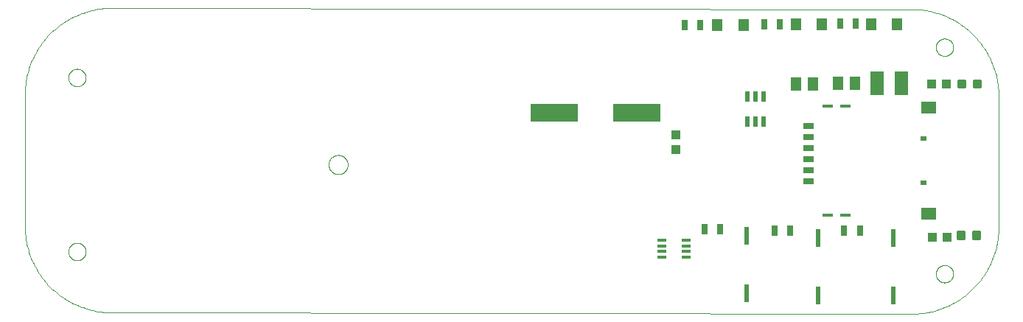
<source format=gtp>
G04 EAGLE Gerber RS-274X export*
G75*
%MOMM*%
%FSLAX34Y34*%
%LPD*%
%INSolder paste top*%
%IPPOS*%
%AMOC8*
5,1,8,0,0,1.08239X$1,22.5*%
G01*
%ADD10C,0.100000*%
%ADD11C,0.000000*%
%ADD12R,1.600000X2.700000*%
%ADD13R,1.300000X1.500000*%
%ADD14R,1.150000X0.650000*%
%ADD15R,1.300000X0.450000*%
%ADD16R,1.700000X1.400000*%
%ADD17R,0.800000X0.540000*%
%ADD18R,1.200000X1.400000*%
%ADD19R,0.800000X1.200000*%
%ADD20R,5.511800X2.006600*%
%ADD21R,1.000000X1.100000*%
%ADD22C,0.300000*%
%ADD23R,1.100000X1.000000*%
%ADD24R,0.977900X0.431800*%
%ADD25R,0.558800X1.181100*%
%ADD26R,0.558800X2.108200*%


D10*
X0Y100000D02*
X29Y97584D01*
X117Y95169D01*
X263Y92757D01*
X467Y90349D01*
X729Y87946D01*
X1049Y85551D01*
X1427Y83164D01*
X1863Y80787D01*
X2356Y78422D01*
X2906Y76068D01*
X3512Y73729D01*
X4175Y71405D01*
X4894Y69098D01*
X5669Y66809D01*
X6498Y64540D01*
X7383Y62291D01*
X8321Y60064D01*
X9313Y57860D01*
X10357Y55681D01*
X11454Y53528D01*
X12603Y51402D01*
X13803Y49304D01*
X15053Y47236D01*
X16353Y45199D01*
X17702Y43194D01*
X19098Y41221D01*
X20542Y39284D01*
X22033Y37381D01*
X23568Y35516D01*
X25149Y33688D01*
X26773Y31898D01*
X28440Y30149D01*
X30149Y28440D01*
X31898Y26773D01*
X33688Y25149D01*
X35516Y23568D01*
X37381Y22033D01*
X39284Y20542D01*
X41221Y19098D01*
X43194Y17702D01*
X45199Y16353D01*
X47236Y15053D01*
X49304Y13803D01*
X51402Y12603D01*
X53528Y11454D01*
X55681Y10357D01*
X57860Y9313D01*
X60064Y8321D01*
X62291Y7383D01*
X64540Y6498D01*
X66809Y5669D01*
X69098Y4894D01*
X71405Y4175D01*
X73729Y3512D01*
X76068Y2906D01*
X78422Y2356D01*
X80787Y1863D01*
X83164Y1427D01*
X85551Y1049D01*
X87946Y729D01*
X90349Y467D01*
X92757Y263D01*
X95169Y117D01*
X97584Y29D01*
X100000Y0D01*
X1118706Y98476D02*
X1118706Y248476D01*
X100000Y350000D02*
X97584Y349971D01*
X95169Y349883D01*
X92757Y349737D01*
X90349Y349533D01*
X87946Y349271D01*
X85551Y348951D01*
X83164Y348573D01*
X80787Y348137D01*
X78422Y347644D01*
X76068Y347094D01*
X73729Y346488D01*
X71405Y345825D01*
X69098Y345106D01*
X66809Y344331D01*
X64540Y343502D01*
X62291Y342617D01*
X60064Y341679D01*
X57860Y340687D01*
X55681Y339643D01*
X53528Y338546D01*
X51402Y337397D01*
X49304Y336197D01*
X47236Y334947D01*
X45199Y333647D01*
X43194Y332298D01*
X41221Y330902D01*
X39284Y329458D01*
X37381Y327967D01*
X35516Y326432D01*
X33688Y324851D01*
X31898Y323227D01*
X30149Y321560D01*
X28440Y319851D01*
X26773Y318102D01*
X25149Y316312D01*
X23568Y314484D01*
X22033Y312619D01*
X20542Y310716D01*
X19098Y308779D01*
X17702Y306806D01*
X16353Y304801D01*
X15053Y302764D01*
X13803Y300696D01*
X12603Y298598D01*
X11454Y296472D01*
X10357Y294319D01*
X9313Y292140D01*
X8321Y289936D01*
X7383Y287709D01*
X6498Y285460D01*
X5669Y283191D01*
X4894Y280902D01*
X4175Y278595D01*
X3512Y276271D01*
X2906Y273932D01*
X2356Y271578D01*
X1863Y269213D01*
X1427Y266836D01*
X1049Y264449D01*
X729Y262054D01*
X467Y259651D01*
X263Y257243D01*
X117Y254831D01*
X29Y252416D01*
X0Y250000D01*
X0Y100000D01*
X100000Y0D02*
X1018706Y-1524D01*
X1018706Y348476D02*
X100000Y350000D01*
X1018706Y348476D02*
X1021122Y348447D01*
X1023537Y348359D01*
X1025949Y348213D01*
X1028357Y348009D01*
X1030760Y347747D01*
X1033155Y347427D01*
X1035542Y347049D01*
X1037919Y346613D01*
X1040284Y346120D01*
X1042638Y345570D01*
X1044977Y344964D01*
X1047301Y344301D01*
X1049608Y343582D01*
X1051897Y342807D01*
X1054166Y341978D01*
X1056415Y341093D01*
X1058642Y340155D01*
X1060846Y339163D01*
X1063025Y338119D01*
X1065178Y337022D01*
X1067304Y335873D01*
X1069402Y334673D01*
X1071470Y333423D01*
X1073507Y332123D01*
X1075512Y330774D01*
X1077485Y329378D01*
X1079422Y327934D01*
X1081325Y326443D01*
X1083190Y324908D01*
X1085018Y323327D01*
X1086808Y321703D01*
X1088557Y320036D01*
X1090266Y318327D01*
X1091933Y316578D01*
X1093557Y314788D01*
X1095138Y312960D01*
X1096673Y311095D01*
X1098164Y309192D01*
X1099608Y307255D01*
X1101004Y305282D01*
X1102353Y303277D01*
X1103653Y301240D01*
X1104903Y299172D01*
X1106103Y297074D01*
X1107252Y294948D01*
X1108349Y292795D01*
X1109393Y290616D01*
X1110385Y288412D01*
X1111323Y286185D01*
X1112208Y283936D01*
X1113037Y281667D01*
X1113812Y279378D01*
X1114531Y277071D01*
X1115194Y274747D01*
X1115800Y272408D01*
X1116350Y270054D01*
X1116843Y267689D01*
X1117279Y265312D01*
X1117657Y262925D01*
X1117977Y260530D01*
X1118239Y258127D01*
X1118443Y255719D01*
X1118589Y253307D01*
X1118677Y250892D01*
X1118706Y248476D01*
X100000Y350000D02*
X97584Y349971D01*
X95169Y349883D01*
X92757Y349737D01*
X90349Y349533D01*
X87946Y349271D01*
X85551Y348951D01*
X83164Y348573D01*
X80787Y348137D01*
X78422Y347644D01*
X76068Y347094D01*
X73729Y346488D01*
X71405Y345825D01*
X69098Y345106D01*
X66809Y344331D01*
X64540Y343502D01*
X62291Y342617D01*
X60064Y341679D01*
X57860Y340687D01*
X55681Y339643D01*
X53528Y338546D01*
X51402Y337397D01*
X49304Y336197D01*
X47236Y334947D01*
X45199Y333647D01*
X43194Y332298D01*
X41221Y330902D01*
X39284Y329458D01*
X37381Y327967D01*
X35516Y326432D01*
X33688Y324851D01*
X31898Y323227D01*
X30149Y321560D01*
X28440Y319851D01*
X26773Y318102D01*
X25149Y316312D01*
X23568Y314484D01*
X22033Y312619D01*
X20542Y310716D01*
X19098Y308779D01*
X17702Y306806D01*
X16353Y304801D01*
X15053Y302764D01*
X13803Y300696D01*
X12603Y298598D01*
X11454Y296472D01*
X10357Y294319D01*
X9313Y292140D01*
X8321Y289936D01*
X7383Y287709D01*
X6498Y285460D01*
X5669Y283191D01*
X4894Y280902D01*
X4175Y278595D01*
X3512Y276271D01*
X2906Y273932D01*
X2356Y271578D01*
X1863Y269213D01*
X1427Y266836D01*
X1049Y264449D01*
X729Y262054D01*
X467Y259651D01*
X263Y257243D01*
X117Y254831D01*
X29Y252416D01*
X0Y250000D01*
X1018706Y-1524D02*
X1021122Y-1495D01*
X1023537Y-1407D01*
X1025949Y-1261D01*
X1028357Y-1057D01*
X1030760Y-795D01*
X1033155Y-475D01*
X1035542Y-97D01*
X1037919Y339D01*
X1040284Y832D01*
X1042638Y1382D01*
X1044977Y1988D01*
X1047301Y2651D01*
X1049608Y3370D01*
X1051897Y4145D01*
X1054166Y4974D01*
X1056415Y5859D01*
X1058642Y6797D01*
X1060846Y7789D01*
X1063025Y8833D01*
X1065178Y9930D01*
X1067304Y11079D01*
X1069402Y12279D01*
X1071470Y13529D01*
X1073507Y14829D01*
X1075512Y16178D01*
X1077485Y17574D01*
X1079422Y19018D01*
X1081325Y20509D01*
X1083190Y22044D01*
X1085018Y23625D01*
X1086808Y25249D01*
X1088557Y26916D01*
X1090266Y28625D01*
X1091933Y30374D01*
X1093557Y32164D01*
X1095138Y33992D01*
X1096673Y35857D01*
X1098164Y37760D01*
X1099608Y39697D01*
X1101004Y41670D01*
X1102353Y43675D01*
X1103653Y45712D01*
X1104903Y47780D01*
X1106103Y49878D01*
X1107252Y52004D01*
X1108349Y54157D01*
X1109393Y56336D01*
X1110385Y58540D01*
X1111323Y60767D01*
X1112208Y63016D01*
X1113037Y65285D01*
X1113812Y67574D01*
X1114531Y69881D01*
X1115194Y72205D01*
X1115800Y74544D01*
X1116350Y76898D01*
X1116843Y79263D01*
X1117279Y81640D01*
X1117657Y84027D01*
X1117977Y86422D01*
X1118239Y88825D01*
X1118443Y91233D01*
X1118589Y93645D01*
X1118677Y96060D01*
X1118706Y98476D01*
D11*
X1046640Y44450D02*
X1046643Y44695D01*
X1046652Y44941D01*
X1046667Y45186D01*
X1046688Y45430D01*
X1046715Y45674D01*
X1046748Y45917D01*
X1046787Y46160D01*
X1046832Y46401D01*
X1046883Y46641D01*
X1046940Y46880D01*
X1047002Y47117D01*
X1047071Y47353D01*
X1047145Y47587D01*
X1047225Y47819D01*
X1047310Y48049D01*
X1047401Y48277D01*
X1047498Y48502D01*
X1047600Y48726D01*
X1047708Y48946D01*
X1047821Y49164D01*
X1047939Y49379D01*
X1048063Y49591D01*
X1048191Y49800D01*
X1048325Y50006D01*
X1048464Y50208D01*
X1048608Y50407D01*
X1048757Y50602D01*
X1048910Y50794D01*
X1049068Y50982D01*
X1049230Y51166D01*
X1049398Y51345D01*
X1049569Y51521D01*
X1049745Y51692D01*
X1049924Y51860D01*
X1050108Y52022D01*
X1050296Y52180D01*
X1050488Y52333D01*
X1050683Y52482D01*
X1050882Y52626D01*
X1051084Y52765D01*
X1051290Y52899D01*
X1051499Y53027D01*
X1051711Y53151D01*
X1051926Y53269D01*
X1052144Y53382D01*
X1052364Y53490D01*
X1052588Y53592D01*
X1052813Y53689D01*
X1053041Y53780D01*
X1053271Y53865D01*
X1053503Y53945D01*
X1053737Y54019D01*
X1053973Y54088D01*
X1054210Y54150D01*
X1054449Y54207D01*
X1054689Y54258D01*
X1054930Y54303D01*
X1055173Y54342D01*
X1055416Y54375D01*
X1055660Y54402D01*
X1055904Y54423D01*
X1056149Y54438D01*
X1056395Y54447D01*
X1056640Y54450D01*
X1056885Y54447D01*
X1057131Y54438D01*
X1057376Y54423D01*
X1057620Y54402D01*
X1057864Y54375D01*
X1058107Y54342D01*
X1058350Y54303D01*
X1058591Y54258D01*
X1058831Y54207D01*
X1059070Y54150D01*
X1059307Y54088D01*
X1059543Y54019D01*
X1059777Y53945D01*
X1060009Y53865D01*
X1060239Y53780D01*
X1060467Y53689D01*
X1060692Y53592D01*
X1060916Y53490D01*
X1061136Y53382D01*
X1061354Y53269D01*
X1061569Y53151D01*
X1061781Y53027D01*
X1061990Y52899D01*
X1062196Y52765D01*
X1062398Y52626D01*
X1062597Y52482D01*
X1062792Y52333D01*
X1062984Y52180D01*
X1063172Y52022D01*
X1063356Y51860D01*
X1063535Y51692D01*
X1063711Y51521D01*
X1063882Y51345D01*
X1064050Y51166D01*
X1064212Y50982D01*
X1064370Y50794D01*
X1064523Y50602D01*
X1064672Y50407D01*
X1064816Y50208D01*
X1064955Y50006D01*
X1065089Y49800D01*
X1065217Y49591D01*
X1065341Y49379D01*
X1065459Y49164D01*
X1065572Y48946D01*
X1065680Y48726D01*
X1065782Y48502D01*
X1065879Y48277D01*
X1065970Y48049D01*
X1066055Y47819D01*
X1066135Y47587D01*
X1066209Y47353D01*
X1066278Y47117D01*
X1066340Y46880D01*
X1066397Y46641D01*
X1066448Y46401D01*
X1066493Y46160D01*
X1066532Y45917D01*
X1066565Y45674D01*
X1066592Y45430D01*
X1066613Y45186D01*
X1066628Y44941D01*
X1066637Y44695D01*
X1066640Y44450D01*
X1066637Y44205D01*
X1066628Y43959D01*
X1066613Y43714D01*
X1066592Y43470D01*
X1066565Y43226D01*
X1066532Y42983D01*
X1066493Y42740D01*
X1066448Y42499D01*
X1066397Y42259D01*
X1066340Y42020D01*
X1066278Y41783D01*
X1066209Y41547D01*
X1066135Y41313D01*
X1066055Y41081D01*
X1065970Y40851D01*
X1065879Y40623D01*
X1065782Y40398D01*
X1065680Y40174D01*
X1065572Y39954D01*
X1065459Y39736D01*
X1065341Y39521D01*
X1065217Y39309D01*
X1065089Y39100D01*
X1064955Y38894D01*
X1064816Y38692D01*
X1064672Y38493D01*
X1064523Y38298D01*
X1064370Y38106D01*
X1064212Y37918D01*
X1064050Y37734D01*
X1063882Y37555D01*
X1063711Y37379D01*
X1063535Y37208D01*
X1063356Y37040D01*
X1063172Y36878D01*
X1062984Y36720D01*
X1062792Y36567D01*
X1062597Y36418D01*
X1062398Y36274D01*
X1062196Y36135D01*
X1061990Y36001D01*
X1061781Y35873D01*
X1061569Y35749D01*
X1061354Y35631D01*
X1061136Y35518D01*
X1060916Y35410D01*
X1060692Y35308D01*
X1060467Y35211D01*
X1060239Y35120D01*
X1060009Y35035D01*
X1059777Y34955D01*
X1059543Y34881D01*
X1059307Y34812D01*
X1059070Y34750D01*
X1058831Y34693D01*
X1058591Y34642D01*
X1058350Y34597D01*
X1058107Y34558D01*
X1057864Y34525D01*
X1057620Y34498D01*
X1057376Y34477D01*
X1057131Y34462D01*
X1056885Y34453D01*
X1056640Y34450D01*
X1056395Y34453D01*
X1056149Y34462D01*
X1055904Y34477D01*
X1055660Y34498D01*
X1055416Y34525D01*
X1055173Y34558D01*
X1054930Y34597D01*
X1054689Y34642D01*
X1054449Y34693D01*
X1054210Y34750D01*
X1053973Y34812D01*
X1053737Y34881D01*
X1053503Y34955D01*
X1053271Y35035D01*
X1053041Y35120D01*
X1052813Y35211D01*
X1052588Y35308D01*
X1052364Y35410D01*
X1052144Y35518D01*
X1051926Y35631D01*
X1051711Y35749D01*
X1051499Y35873D01*
X1051290Y36001D01*
X1051084Y36135D01*
X1050882Y36274D01*
X1050683Y36418D01*
X1050488Y36567D01*
X1050296Y36720D01*
X1050108Y36878D01*
X1049924Y37040D01*
X1049745Y37208D01*
X1049569Y37379D01*
X1049398Y37555D01*
X1049230Y37734D01*
X1049068Y37918D01*
X1048910Y38106D01*
X1048757Y38298D01*
X1048608Y38493D01*
X1048464Y38692D01*
X1048325Y38894D01*
X1048191Y39100D01*
X1048063Y39309D01*
X1047939Y39521D01*
X1047821Y39736D01*
X1047708Y39954D01*
X1047600Y40174D01*
X1047498Y40398D01*
X1047401Y40623D01*
X1047310Y40851D01*
X1047225Y41081D01*
X1047145Y41313D01*
X1047071Y41547D01*
X1047002Y41783D01*
X1046940Y42020D01*
X1046883Y42259D01*
X1046832Y42499D01*
X1046787Y42740D01*
X1046748Y42983D01*
X1046715Y43226D01*
X1046688Y43470D01*
X1046667Y43714D01*
X1046652Y43959D01*
X1046643Y44205D01*
X1046640Y44450D01*
X1046640Y304800D02*
X1046643Y305045D01*
X1046652Y305291D01*
X1046667Y305536D01*
X1046688Y305780D01*
X1046715Y306024D01*
X1046748Y306267D01*
X1046787Y306510D01*
X1046832Y306751D01*
X1046883Y306991D01*
X1046940Y307230D01*
X1047002Y307467D01*
X1047071Y307703D01*
X1047145Y307937D01*
X1047225Y308169D01*
X1047310Y308399D01*
X1047401Y308627D01*
X1047498Y308852D01*
X1047600Y309076D01*
X1047708Y309296D01*
X1047821Y309514D01*
X1047939Y309729D01*
X1048063Y309941D01*
X1048191Y310150D01*
X1048325Y310356D01*
X1048464Y310558D01*
X1048608Y310757D01*
X1048757Y310952D01*
X1048910Y311144D01*
X1049068Y311332D01*
X1049230Y311516D01*
X1049398Y311695D01*
X1049569Y311871D01*
X1049745Y312042D01*
X1049924Y312210D01*
X1050108Y312372D01*
X1050296Y312530D01*
X1050488Y312683D01*
X1050683Y312832D01*
X1050882Y312976D01*
X1051084Y313115D01*
X1051290Y313249D01*
X1051499Y313377D01*
X1051711Y313501D01*
X1051926Y313619D01*
X1052144Y313732D01*
X1052364Y313840D01*
X1052588Y313942D01*
X1052813Y314039D01*
X1053041Y314130D01*
X1053271Y314215D01*
X1053503Y314295D01*
X1053737Y314369D01*
X1053973Y314438D01*
X1054210Y314500D01*
X1054449Y314557D01*
X1054689Y314608D01*
X1054930Y314653D01*
X1055173Y314692D01*
X1055416Y314725D01*
X1055660Y314752D01*
X1055904Y314773D01*
X1056149Y314788D01*
X1056395Y314797D01*
X1056640Y314800D01*
X1056885Y314797D01*
X1057131Y314788D01*
X1057376Y314773D01*
X1057620Y314752D01*
X1057864Y314725D01*
X1058107Y314692D01*
X1058350Y314653D01*
X1058591Y314608D01*
X1058831Y314557D01*
X1059070Y314500D01*
X1059307Y314438D01*
X1059543Y314369D01*
X1059777Y314295D01*
X1060009Y314215D01*
X1060239Y314130D01*
X1060467Y314039D01*
X1060692Y313942D01*
X1060916Y313840D01*
X1061136Y313732D01*
X1061354Y313619D01*
X1061569Y313501D01*
X1061781Y313377D01*
X1061990Y313249D01*
X1062196Y313115D01*
X1062398Y312976D01*
X1062597Y312832D01*
X1062792Y312683D01*
X1062984Y312530D01*
X1063172Y312372D01*
X1063356Y312210D01*
X1063535Y312042D01*
X1063711Y311871D01*
X1063882Y311695D01*
X1064050Y311516D01*
X1064212Y311332D01*
X1064370Y311144D01*
X1064523Y310952D01*
X1064672Y310757D01*
X1064816Y310558D01*
X1064955Y310356D01*
X1065089Y310150D01*
X1065217Y309941D01*
X1065341Y309729D01*
X1065459Y309514D01*
X1065572Y309296D01*
X1065680Y309076D01*
X1065782Y308852D01*
X1065879Y308627D01*
X1065970Y308399D01*
X1066055Y308169D01*
X1066135Y307937D01*
X1066209Y307703D01*
X1066278Y307467D01*
X1066340Y307230D01*
X1066397Y306991D01*
X1066448Y306751D01*
X1066493Y306510D01*
X1066532Y306267D01*
X1066565Y306024D01*
X1066592Y305780D01*
X1066613Y305536D01*
X1066628Y305291D01*
X1066637Y305045D01*
X1066640Y304800D01*
X1066637Y304555D01*
X1066628Y304309D01*
X1066613Y304064D01*
X1066592Y303820D01*
X1066565Y303576D01*
X1066532Y303333D01*
X1066493Y303090D01*
X1066448Y302849D01*
X1066397Y302609D01*
X1066340Y302370D01*
X1066278Y302133D01*
X1066209Y301897D01*
X1066135Y301663D01*
X1066055Y301431D01*
X1065970Y301201D01*
X1065879Y300973D01*
X1065782Y300748D01*
X1065680Y300524D01*
X1065572Y300304D01*
X1065459Y300086D01*
X1065341Y299871D01*
X1065217Y299659D01*
X1065089Y299450D01*
X1064955Y299244D01*
X1064816Y299042D01*
X1064672Y298843D01*
X1064523Y298648D01*
X1064370Y298456D01*
X1064212Y298268D01*
X1064050Y298084D01*
X1063882Y297905D01*
X1063711Y297729D01*
X1063535Y297558D01*
X1063356Y297390D01*
X1063172Y297228D01*
X1062984Y297070D01*
X1062792Y296917D01*
X1062597Y296768D01*
X1062398Y296624D01*
X1062196Y296485D01*
X1061990Y296351D01*
X1061781Y296223D01*
X1061569Y296099D01*
X1061354Y295981D01*
X1061136Y295868D01*
X1060916Y295760D01*
X1060692Y295658D01*
X1060467Y295561D01*
X1060239Y295470D01*
X1060009Y295385D01*
X1059777Y295305D01*
X1059543Y295231D01*
X1059307Y295162D01*
X1059070Y295100D01*
X1058831Y295043D01*
X1058591Y294992D01*
X1058350Y294947D01*
X1058107Y294908D01*
X1057864Y294875D01*
X1057620Y294848D01*
X1057376Y294827D01*
X1057131Y294812D01*
X1056885Y294803D01*
X1056640Y294800D01*
X1056395Y294803D01*
X1056149Y294812D01*
X1055904Y294827D01*
X1055660Y294848D01*
X1055416Y294875D01*
X1055173Y294908D01*
X1054930Y294947D01*
X1054689Y294992D01*
X1054449Y295043D01*
X1054210Y295100D01*
X1053973Y295162D01*
X1053737Y295231D01*
X1053503Y295305D01*
X1053271Y295385D01*
X1053041Y295470D01*
X1052813Y295561D01*
X1052588Y295658D01*
X1052364Y295760D01*
X1052144Y295868D01*
X1051926Y295981D01*
X1051711Y296099D01*
X1051499Y296223D01*
X1051290Y296351D01*
X1051084Y296485D01*
X1050882Y296624D01*
X1050683Y296768D01*
X1050488Y296917D01*
X1050296Y297070D01*
X1050108Y297228D01*
X1049924Y297390D01*
X1049745Y297558D01*
X1049569Y297729D01*
X1049398Y297905D01*
X1049230Y298084D01*
X1049068Y298268D01*
X1048910Y298456D01*
X1048757Y298648D01*
X1048608Y298843D01*
X1048464Y299042D01*
X1048325Y299244D01*
X1048191Y299450D01*
X1048063Y299659D01*
X1047939Y299871D01*
X1047821Y300086D01*
X1047708Y300304D01*
X1047600Y300524D01*
X1047498Y300748D01*
X1047401Y300973D01*
X1047310Y301201D01*
X1047225Y301431D01*
X1047145Y301663D01*
X1047071Y301897D01*
X1047002Y302133D01*
X1046940Y302370D01*
X1046883Y302609D01*
X1046832Y302849D01*
X1046787Y303090D01*
X1046748Y303333D01*
X1046715Y303576D01*
X1046688Y303820D01*
X1046667Y304064D01*
X1046652Y304309D01*
X1046643Y304555D01*
X1046640Y304800D01*
X50000Y270000D02*
X50003Y270245D01*
X50012Y270491D01*
X50027Y270736D01*
X50048Y270980D01*
X50075Y271224D01*
X50108Y271467D01*
X50147Y271710D01*
X50192Y271951D01*
X50243Y272191D01*
X50300Y272430D01*
X50362Y272667D01*
X50431Y272903D01*
X50505Y273137D01*
X50585Y273369D01*
X50670Y273599D01*
X50761Y273827D01*
X50858Y274052D01*
X50960Y274276D01*
X51068Y274496D01*
X51181Y274714D01*
X51299Y274929D01*
X51423Y275141D01*
X51551Y275350D01*
X51685Y275556D01*
X51824Y275758D01*
X51968Y275957D01*
X52117Y276152D01*
X52270Y276344D01*
X52428Y276532D01*
X52590Y276716D01*
X52758Y276895D01*
X52929Y277071D01*
X53105Y277242D01*
X53284Y277410D01*
X53468Y277572D01*
X53656Y277730D01*
X53848Y277883D01*
X54043Y278032D01*
X54242Y278176D01*
X54444Y278315D01*
X54650Y278449D01*
X54859Y278577D01*
X55071Y278701D01*
X55286Y278819D01*
X55504Y278932D01*
X55724Y279040D01*
X55948Y279142D01*
X56173Y279239D01*
X56401Y279330D01*
X56631Y279415D01*
X56863Y279495D01*
X57097Y279569D01*
X57333Y279638D01*
X57570Y279700D01*
X57809Y279757D01*
X58049Y279808D01*
X58290Y279853D01*
X58533Y279892D01*
X58776Y279925D01*
X59020Y279952D01*
X59264Y279973D01*
X59509Y279988D01*
X59755Y279997D01*
X60000Y280000D01*
X60245Y279997D01*
X60491Y279988D01*
X60736Y279973D01*
X60980Y279952D01*
X61224Y279925D01*
X61467Y279892D01*
X61710Y279853D01*
X61951Y279808D01*
X62191Y279757D01*
X62430Y279700D01*
X62667Y279638D01*
X62903Y279569D01*
X63137Y279495D01*
X63369Y279415D01*
X63599Y279330D01*
X63827Y279239D01*
X64052Y279142D01*
X64276Y279040D01*
X64496Y278932D01*
X64714Y278819D01*
X64929Y278701D01*
X65141Y278577D01*
X65350Y278449D01*
X65556Y278315D01*
X65758Y278176D01*
X65957Y278032D01*
X66152Y277883D01*
X66344Y277730D01*
X66532Y277572D01*
X66716Y277410D01*
X66895Y277242D01*
X67071Y277071D01*
X67242Y276895D01*
X67410Y276716D01*
X67572Y276532D01*
X67730Y276344D01*
X67883Y276152D01*
X68032Y275957D01*
X68176Y275758D01*
X68315Y275556D01*
X68449Y275350D01*
X68577Y275141D01*
X68701Y274929D01*
X68819Y274714D01*
X68932Y274496D01*
X69040Y274276D01*
X69142Y274052D01*
X69239Y273827D01*
X69330Y273599D01*
X69415Y273369D01*
X69495Y273137D01*
X69569Y272903D01*
X69638Y272667D01*
X69700Y272430D01*
X69757Y272191D01*
X69808Y271951D01*
X69853Y271710D01*
X69892Y271467D01*
X69925Y271224D01*
X69952Y270980D01*
X69973Y270736D01*
X69988Y270491D01*
X69997Y270245D01*
X70000Y270000D01*
X69997Y269755D01*
X69988Y269509D01*
X69973Y269264D01*
X69952Y269020D01*
X69925Y268776D01*
X69892Y268533D01*
X69853Y268290D01*
X69808Y268049D01*
X69757Y267809D01*
X69700Y267570D01*
X69638Y267333D01*
X69569Y267097D01*
X69495Y266863D01*
X69415Y266631D01*
X69330Y266401D01*
X69239Y266173D01*
X69142Y265948D01*
X69040Y265724D01*
X68932Y265504D01*
X68819Y265286D01*
X68701Y265071D01*
X68577Y264859D01*
X68449Y264650D01*
X68315Y264444D01*
X68176Y264242D01*
X68032Y264043D01*
X67883Y263848D01*
X67730Y263656D01*
X67572Y263468D01*
X67410Y263284D01*
X67242Y263105D01*
X67071Y262929D01*
X66895Y262758D01*
X66716Y262590D01*
X66532Y262428D01*
X66344Y262270D01*
X66152Y262117D01*
X65957Y261968D01*
X65758Y261824D01*
X65556Y261685D01*
X65350Y261551D01*
X65141Y261423D01*
X64929Y261299D01*
X64714Y261181D01*
X64496Y261068D01*
X64276Y260960D01*
X64052Y260858D01*
X63827Y260761D01*
X63599Y260670D01*
X63369Y260585D01*
X63137Y260505D01*
X62903Y260431D01*
X62667Y260362D01*
X62430Y260300D01*
X62191Y260243D01*
X61951Y260192D01*
X61710Y260147D01*
X61467Y260108D01*
X61224Y260075D01*
X60980Y260048D01*
X60736Y260027D01*
X60491Y260012D01*
X60245Y260003D01*
X60000Y260000D01*
X59755Y260003D01*
X59509Y260012D01*
X59264Y260027D01*
X59020Y260048D01*
X58776Y260075D01*
X58533Y260108D01*
X58290Y260147D01*
X58049Y260192D01*
X57809Y260243D01*
X57570Y260300D01*
X57333Y260362D01*
X57097Y260431D01*
X56863Y260505D01*
X56631Y260585D01*
X56401Y260670D01*
X56173Y260761D01*
X55948Y260858D01*
X55724Y260960D01*
X55504Y261068D01*
X55286Y261181D01*
X55071Y261299D01*
X54859Y261423D01*
X54650Y261551D01*
X54444Y261685D01*
X54242Y261824D01*
X54043Y261968D01*
X53848Y262117D01*
X53656Y262270D01*
X53468Y262428D01*
X53284Y262590D01*
X53105Y262758D01*
X52929Y262929D01*
X52758Y263105D01*
X52590Y263284D01*
X52428Y263468D01*
X52270Y263656D01*
X52117Y263848D01*
X51968Y264043D01*
X51824Y264242D01*
X51685Y264444D01*
X51551Y264650D01*
X51423Y264859D01*
X51299Y265071D01*
X51181Y265286D01*
X51068Y265504D01*
X50960Y265724D01*
X50858Y265948D01*
X50761Y266173D01*
X50670Y266401D01*
X50585Y266631D01*
X50505Y266863D01*
X50431Y267097D01*
X50362Y267333D01*
X50300Y267570D01*
X50243Y267809D01*
X50192Y268049D01*
X50147Y268290D01*
X50108Y268533D01*
X50075Y268776D01*
X50048Y269020D01*
X50027Y269264D01*
X50012Y269509D01*
X50003Y269755D01*
X50000Y270000D01*
X50000Y70000D02*
X50003Y70245D01*
X50012Y70491D01*
X50027Y70736D01*
X50048Y70980D01*
X50075Y71224D01*
X50108Y71467D01*
X50147Y71710D01*
X50192Y71951D01*
X50243Y72191D01*
X50300Y72430D01*
X50362Y72667D01*
X50431Y72903D01*
X50505Y73137D01*
X50585Y73369D01*
X50670Y73599D01*
X50761Y73827D01*
X50858Y74052D01*
X50960Y74276D01*
X51068Y74496D01*
X51181Y74714D01*
X51299Y74929D01*
X51423Y75141D01*
X51551Y75350D01*
X51685Y75556D01*
X51824Y75758D01*
X51968Y75957D01*
X52117Y76152D01*
X52270Y76344D01*
X52428Y76532D01*
X52590Y76716D01*
X52758Y76895D01*
X52929Y77071D01*
X53105Y77242D01*
X53284Y77410D01*
X53468Y77572D01*
X53656Y77730D01*
X53848Y77883D01*
X54043Y78032D01*
X54242Y78176D01*
X54444Y78315D01*
X54650Y78449D01*
X54859Y78577D01*
X55071Y78701D01*
X55286Y78819D01*
X55504Y78932D01*
X55724Y79040D01*
X55948Y79142D01*
X56173Y79239D01*
X56401Y79330D01*
X56631Y79415D01*
X56863Y79495D01*
X57097Y79569D01*
X57333Y79638D01*
X57570Y79700D01*
X57809Y79757D01*
X58049Y79808D01*
X58290Y79853D01*
X58533Y79892D01*
X58776Y79925D01*
X59020Y79952D01*
X59264Y79973D01*
X59509Y79988D01*
X59755Y79997D01*
X60000Y80000D01*
X60245Y79997D01*
X60491Y79988D01*
X60736Y79973D01*
X60980Y79952D01*
X61224Y79925D01*
X61467Y79892D01*
X61710Y79853D01*
X61951Y79808D01*
X62191Y79757D01*
X62430Y79700D01*
X62667Y79638D01*
X62903Y79569D01*
X63137Y79495D01*
X63369Y79415D01*
X63599Y79330D01*
X63827Y79239D01*
X64052Y79142D01*
X64276Y79040D01*
X64496Y78932D01*
X64714Y78819D01*
X64929Y78701D01*
X65141Y78577D01*
X65350Y78449D01*
X65556Y78315D01*
X65758Y78176D01*
X65957Y78032D01*
X66152Y77883D01*
X66344Y77730D01*
X66532Y77572D01*
X66716Y77410D01*
X66895Y77242D01*
X67071Y77071D01*
X67242Y76895D01*
X67410Y76716D01*
X67572Y76532D01*
X67730Y76344D01*
X67883Y76152D01*
X68032Y75957D01*
X68176Y75758D01*
X68315Y75556D01*
X68449Y75350D01*
X68577Y75141D01*
X68701Y74929D01*
X68819Y74714D01*
X68932Y74496D01*
X69040Y74276D01*
X69142Y74052D01*
X69239Y73827D01*
X69330Y73599D01*
X69415Y73369D01*
X69495Y73137D01*
X69569Y72903D01*
X69638Y72667D01*
X69700Y72430D01*
X69757Y72191D01*
X69808Y71951D01*
X69853Y71710D01*
X69892Y71467D01*
X69925Y71224D01*
X69952Y70980D01*
X69973Y70736D01*
X69988Y70491D01*
X69997Y70245D01*
X70000Y70000D01*
X69997Y69755D01*
X69988Y69509D01*
X69973Y69264D01*
X69952Y69020D01*
X69925Y68776D01*
X69892Y68533D01*
X69853Y68290D01*
X69808Y68049D01*
X69757Y67809D01*
X69700Y67570D01*
X69638Y67333D01*
X69569Y67097D01*
X69495Y66863D01*
X69415Y66631D01*
X69330Y66401D01*
X69239Y66173D01*
X69142Y65948D01*
X69040Y65724D01*
X68932Y65504D01*
X68819Y65286D01*
X68701Y65071D01*
X68577Y64859D01*
X68449Y64650D01*
X68315Y64444D01*
X68176Y64242D01*
X68032Y64043D01*
X67883Y63848D01*
X67730Y63656D01*
X67572Y63468D01*
X67410Y63284D01*
X67242Y63105D01*
X67071Y62929D01*
X66895Y62758D01*
X66716Y62590D01*
X66532Y62428D01*
X66344Y62270D01*
X66152Y62117D01*
X65957Y61968D01*
X65758Y61824D01*
X65556Y61685D01*
X65350Y61551D01*
X65141Y61423D01*
X64929Y61299D01*
X64714Y61181D01*
X64496Y61068D01*
X64276Y60960D01*
X64052Y60858D01*
X63827Y60761D01*
X63599Y60670D01*
X63369Y60585D01*
X63137Y60505D01*
X62903Y60431D01*
X62667Y60362D01*
X62430Y60300D01*
X62191Y60243D01*
X61951Y60192D01*
X61710Y60147D01*
X61467Y60108D01*
X61224Y60075D01*
X60980Y60048D01*
X60736Y60027D01*
X60491Y60012D01*
X60245Y60003D01*
X60000Y60000D01*
X59755Y60003D01*
X59509Y60012D01*
X59264Y60027D01*
X59020Y60048D01*
X58776Y60075D01*
X58533Y60108D01*
X58290Y60147D01*
X58049Y60192D01*
X57809Y60243D01*
X57570Y60300D01*
X57333Y60362D01*
X57097Y60431D01*
X56863Y60505D01*
X56631Y60585D01*
X56401Y60670D01*
X56173Y60761D01*
X55948Y60858D01*
X55724Y60960D01*
X55504Y61068D01*
X55286Y61181D01*
X55071Y61299D01*
X54859Y61423D01*
X54650Y61551D01*
X54444Y61685D01*
X54242Y61824D01*
X54043Y61968D01*
X53848Y62117D01*
X53656Y62270D01*
X53468Y62428D01*
X53284Y62590D01*
X53105Y62758D01*
X52929Y62929D01*
X52758Y63105D01*
X52590Y63284D01*
X52428Y63468D01*
X52270Y63656D01*
X52117Y63848D01*
X51968Y64043D01*
X51824Y64242D01*
X51685Y64444D01*
X51551Y64650D01*
X51423Y64859D01*
X51299Y65071D01*
X51181Y65286D01*
X51068Y65504D01*
X50960Y65724D01*
X50858Y65948D01*
X50761Y66173D01*
X50670Y66401D01*
X50585Y66631D01*
X50505Y66863D01*
X50431Y67097D01*
X50362Y67333D01*
X50300Y67570D01*
X50243Y67809D01*
X50192Y68049D01*
X50147Y68290D01*
X50108Y68533D01*
X50075Y68776D01*
X50048Y69020D01*
X50027Y69264D01*
X50012Y69509D01*
X50003Y69755D01*
X50000Y70000D01*
X349000Y170000D02*
X349003Y170270D01*
X349013Y170540D01*
X349030Y170809D01*
X349053Y171078D01*
X349083Y171347D01*
X349119Y171614D01*
X349162Y171881D01*
X349211Y172146D01*
X349267Y172410D01*
X349330Y172673D01*
X349398Y172934D01*
X349474Y173193D01*
X349555Y173450D01*
X349643Y173706D01*
X349737Y173959D01*
X349837Y174210D01*
X349944Y174458D01*
X350056Y174703D01*
X350175Y174946D01*
X350299Y175185D01*
X350429Y175422D01*
X350565Y175655D01*
X350707Y175885D01*
X350854Y176111D01*
X351007Y176334D01*
X351165Y176553D01*
X351328Y176768D01*
X351497Y176978D01*
X351671Y177185D01*
X351850Y177387D01*
X352033Y177585D01*
X352222Y177778D01*
X352415Y177967D01*
X352613Y178150D01*
X352815Y178329D01*
X353022Y178503D01*
X353232Y178672D01*
X353447Y178835D01*
X353666Y178993D01*
X353889Y179146D01*
X354115Y179293D01*
X354345Y179435D01*
X354578Y179571D01*
X354815Y179701D01*
X355054Y179825D01*
X355297Y179944D01*
X355542Y180056D01*
X355790Y180163D01*
X356041Y180263D01*
X356294Y180357D01*
X356550Y180445D01*
X356807Y180526D01*
X357066Y180602D01*
X357327Y180670D01*
X357590Y180733D01*
X357854Y180789D01*
X358119Y180838D01*
X358386Y180881D01*
X358653Y180917D01*
X358922Y180947D01*
X359191Y180970D01*
X359460Y180987D01*
X359730Y180997D01*
X360000Y181000D01*
X360270Y180997D01*
X360540Y180987D01*
X360809Y180970D01*
X361078Y180947D01*
X361347Y180917D01*
X361614Y180881D01*
X361881Y180838D01*
X362146Y180789D01*
X362410Y180733D01*
X362673Y180670D01*
X362934Y180602D01*
X363193Y180526D01*
X363450Y180445D01*
X363706Y180357D01*
X363959Y180263D01*
X364210Y180163D01*
X364458Y180056D01*
X364703Y179944D01*
X364946Y179825D01*
X365185Y179701D01*
X365422Y179571D01*
X365655Y179435D01*
X365885Y179293D01*
X366111Y179146D01*
X366334Y178993D01*
X366553Y178835D01*
X366768Y178672D01*
X366978Y178503D01*
X367185Y178329D01*
X367387Y178150D01*
X367585Y177967D01*
X367778Y177778D01*
X367967Y177585D01*
X368150Y177387D01*
X368329Y177185D01*
X368503Y176978D01*
X368672Y176768D01*
X368835Y176553D01*
X368993Y176334D01*
X369146Y176111D01*
X369293Y175885D01*
X369435Y175655D01*
X369571Y175422D01*
X369701Y175185D01*
X369825Y174946D01*
X369944Y174703D01*
X370056Y174458D01*
X370163Y174210D01*
X370263Y173959D01*
X370357Y173706D01*
X370445Y173450D01*
X370526Y173193D01*
X370602Y172934D01*
X370670Y172673D01*
X370733Y172410D01*
X370789Y172146D01*
X370838Y171881D01*
X370881Y171614D01*
X370917Y171347D01*
X370947Y171078D01*
X370970Y170809D01*
X370987Y170540D01*
X370997Y170270D01*
X371000Y170000D01*
X370997Y169730D01*
X370987Y169460D01*
X370970Y169191D01*
X370947Y168922D01*
X370917Y168653D01*
X370881Y168386D01*
X370838Y168119D01*
X370789Y167854D01*
X370733Y167590D01*
X370670Y167327D01*
X370602Y167066D01*
X370526Y166807D01*
X370445Y166550D01*
X370357Y166294D01*
X370263Y166041D01*
X370163Y165790D01*
X370056Y165542D01*
X369944Y165297D01*
X369825Y165054D01*
X369701Y164815D01*
X369571Y164578D01*
X369435Y164345D01*
X369293Y164115D01*
X369146Y163889D01*
X368993Y163666D01*
X368835Y163447D01*
X368672Y163232D01*
X368503Y163022D01*
X368329Y162815D01*
X368150Y162613D01*
X367967Y162415D01*
X367778Y162222D01*
X367585Y162033D01*
X367387Y161850D01*
X367185Y161671D01*
X366978Y161497D01*
X366768Y161328D01*
X366553Y161165D01*
X366334Y161007D01*
X366111Y160854D01*
X365885Y160707D01*
X365655Y160565D01*
X365422Y160429D01*
X365185Y160299D01*
X364946Y160175D01*
X364703Y160056D01*
X364458Y159944D01*
X364210Y159837D01*
X363959Y159737D01*
X363706Y159643D01*
X363450Y159555D01*
X363193Y159474D01*
X362934Y159398D01*
X362673Y159330D01*
X362410Y159267D01*
X362146Y159211D01*
X361881Y159162D01*
X361614Y159119D01*
X361347Y159083D01*
X361078Y159053D01*
X360809Y159030D01*
X360540Y159013D01*
X360270Y159003D01*
X360000Y159000D01*
X359730Y159003D01*
X359460Y159013D01*
X359191Y159030D01*
X358922Y159053D01*
X358653Y159083D01*
X358386Y159119D01*
X358119Y159162D01*
X357854Y159211D01*
X357590Y159267D01*
X357327Y159330D01*
X357066Y159398D01*
X356807Y159474D01*
X356550Y159555D01*
X356294Y159643D01*
X356041Y159737D01*
X355790Y159837D01*
X355542Y159944D01*
X355297Y160056D01*
X355054Y160175D01*
X354815Y160299D01*
X354578Y160429D01*
X354345Y160565D01*
X354115Y160707D01*
X353889Y160854D01*
X353666Y161007D01*
X353447Y161165D01*
X353232Y161328D01*
X353022Y161497D01*
X352815Y161671D01*
X352613Y161850D01*
X352415Y162033D01*
X352222Y162222D01*
X352033Y162415D01*
X351850Y162613D01*
X351671Y162815D01*
X351497Y163022D01*
X351328Y163232D01*
X351165Y163447D01*
X351007Y163666D01*
X350854Y163889D01*
X350707Y164115D01*
X350565Y164345D01*
X350429Y164578D01*
X350299Y164815D01*
X350175Y165054D01*
X350056Y165297D01*
X349944Y165542D01*
X349837Y165790D01*
X349737Y166041D01*
X349643Y166294D01*
X349555Y166550D01*
X349474Y166807D01*
X349398Y167066D01*
X349330Y167327D01*
X349267Y167590D01*
X349211Y167854D01*
X349162Y168119D01*
X349119Y168386D01*
X349083Y168653D01*
X349053Y168922D01*
X349030Y169191D01*
X349013Y169460D01*
X349003Y169730D01*
X349000Y170000D01*
D12*
X979072Y263278D03*
X1007072Y263278D03*
D13*
X953216Y263464D03*
X934216Y263464D03*
D14*
X900700Y201950D03*
X900700Y176550D03*
X900700Y151150D03*
X900700Y214650D03*
X900700Y189250D03*
X900700Y163850D03*
D15*
X922400Y237100D03*
X942400Y237100D03*
D16*
X1038000Y235450D03*
X1038000Y113350D03*
D15*
X942400Y111700D03*
X922400Y111700D03*
D17*
X1032200Y149000D03*
X1032200Y199800D03*
D18*
X971852Y331054D03*
X1001852Y331054D03*
X885602Y331270D03*
X915602Y331270D03*
X795602Y330470D03*
X825602Y330470D03*
D19*
X776252Y330470D03*
X758252Y330470D03*
X867152Y331570D03*
X849152Y331570D03*
X954652Y332170D03*
X936652Y332170D03*
X780730Y95594D03*
X798730Y95594D03*
D13*
X886104Y262890D03*
X905104Y262890D03*
D19*
X861420Y93830D03*
X879420Y93830D03*
X941232Y93736D03*
X959232Y93736D03*
D20*
X703084Y229806D03*
X608088Y229806D03*
D21*
X747516Y203878D03*
X747516Y186878D03*
D22*
X1090612Y259390D02*
X1090612Y266390D01*
X1097612Y266390D01*
X1097612Y259390D01*
X1090612Y259390D01*
X1090612Y262240D02*
X1097612Y262240D01*
X1097612Y265090D02*
X1090612Y265090D01*
X1073072Y266390D02*
X1073072Y259390D01*
X1073072Y266390D02*
X1080072Y266390D01*
X1080072Y259390D01*
X1073072Y259390D01*
X1073072Y262240D02*
X1080072Y262240D01*
X1080072Y265090D02*
X1073072Y265090D01*
D23*
X1058282Y262636D03*
X1041282Y262636D03*
D24*
X759397Y63656D03*
X759397Y70156D03*
X759397Y76656D03*
X759397Y83156D03*
X732092Y83156D03*
X732092Y76656D03*
X732092Y70156D03*
X732092Y63656D03*
D22*
X1089850Y85146D02*
X1089850Y92146D01*
X1096850Y92146D01*
X1096850Y85146D01*
X1089850Y85146D01*
X1089850Y87996D02*
X1096850Y87996D01*
X1096850Y90846D02*
X1089850Y90846D01*
X1072310Y92146D02*
X1072310Y85146D01*
X1072310Y92146D02*
X1079310Y92146D01*
X1079310Y85146D01*
X1072310Y85146D01*
X1072310Y87996D02*
X1079310Y87996D01*
X1079310Y90846D02*
X1072310Y90846D01*
D23*
X1059298Y86614D03*
X1042298Y86614D03*
D25*
X829970Y219266D03*
X839470Y219266D03*
X848970Y219266D03*
X848970Y248603D03*
X839470Y248603D03*
X829970Y248603D03*
D26*
X828802Y22365D03*
X828802Y88379D03*
X911352Y19571D03*
X911352Y85585D03*
X997712Y19571D03*
X997712Y85585D03*
M02*

</source>
